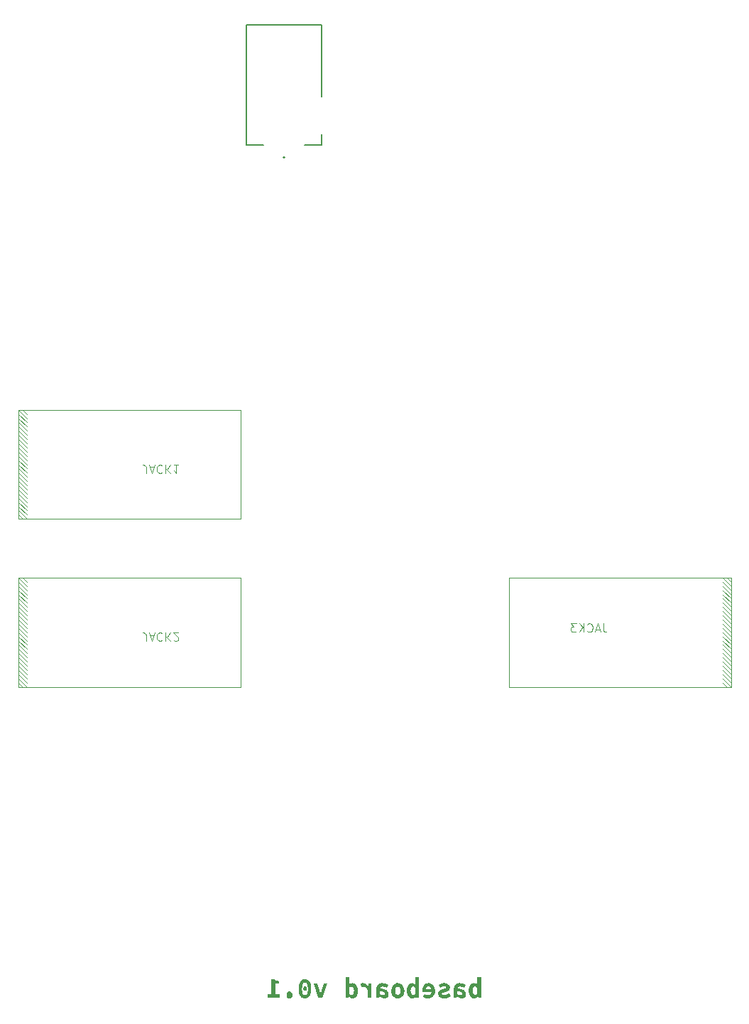
<source format=gbr>
%TF.GenerationSoftware,KiCad,Pcbnew,9.0.2*%
%TF.CreationDate,2025-06-25T22:06:46+02:00*%
%TF.ProjectId,baseboard,62617365-626f-4617-9264-2e6b69636164,rev?*%
%TF.SameCoordinates,Original*%
%TF.FileFunction,Legend,Bot*%
%TF.FilePolarity,Positive*%
%FSLAX46Y46*%
G04 Gerber Fmt 4.6, Leading zero omitted, Abs format (unit mm)*
G04 Created by KiCad (PCBNEW 9.0.2) date 2025-06-25 22:06:46*
%MOMM*%
%LPD*%
G01*
G04 APERTURE LIST*
%ADD10C,0.300000*%
%ADD11C,0.100000*%
%ADD12C,0.200000*%
G04 APERTURE END LIST*
D10*
G36*
X195702312Y-130575000D02*
G01*
X195348075Y-130575000D01*
X195311133Y-130386017D01*
X195298774Y-130386017D01*
X195237751Y-130451761D01*
X195174184Y-130506895D01*
X195110136Y-130550334D01*
X195044868Y-130583142D01*
X194981137Y-130604543D01*
X194917369Y-130615567D01*
X194883012Y-130617131D01*
X194883012Y-130614078D01*
X194743657Y-130594771D01*
X194610551Y-130537245D01*
X194548109Y-130494513D01*
X194489291Y-130442729D01*
X194434899Y-130382320D01*
X194385296Y-130313282D01*
X194341401Y-130236428D01*
X194303390Y-130151425D01*
X194272108Y-130059357D01*
X194247736Y-129959630D01*
X194230956Y-129853397D01*
X194222070Y-129739970D01*
X194220956Y-129684582D01*
X194685944Y-129684582D01*
X194690132Y-129789195D01*
X194702254Y-129880987D01*
X194720677Y-129957152D01*
X194745179Y-130022160D01*
X194773930Y-130074414D01*
X194807246Y-130116879D01*
X194843956Y-130149339D01*
X194884087Y-130172827D01*
X194974763Y-130193949D01*
X194984702Y-130194133D01*
X194984702Y-130197034D01*
X195045557Y-130189592D01*
X195110269Y-130170136D01*
X195168014Y-130141682D01*
X195224985Y-130101151D01*
X195249474Y-130079034D01*
X195249474Y-129377446D01*
X195191476Y-129316637D01*
X195134211Y-129270914D01*
X195083362Y-129242392D01*
X195031914Y-129224689D01*
X194966164Y-129217009D01*
X194910971Y-129221890D01*
X194862032Y-129236518D01*
X194822497Y-129258538D01*
X194788115Y-129288754D01*
X194734881Y-129372961D01*
X194699588Y-129498621D01*
X194685944Y-129684582D01*
X194220956Y-129684582D01*
X194220747Y-129674201D01*
X194225005Y-129553097D01*
X194237611Y-129439225D01*
X194257587Y-129336100D01*
X194284961Y-129240646D01*
X194318137Y-129156297D01*
X194357775Y-129079852D01*
X194401888Y-129014028D01*
X194451630Y-128956237D01*
X194505135Y-128908137D01*
X194563609Y-128868241D01*
X194625896Y-128837271D01*
X194692684Y-128814861D01*
X194836801Y-128796912D01*
X194969863Y-128815892D01*
X195105467Y-128874038D01*
X195169509Y-128917074D01*
X195228955Y-128968629D01*
X195255653Y-128996427D01*
X195264922Y-128996427D01*
X195249474Y-128723639D01*
X195249474Y-128122801D01*
X195702312Y-128122801D01*
X195702312Y-130575000D01*
G37*
G36*
X193318411Y-128815434D02*
G01*
X193520715Y-128871557D01*
X193726884Y-128966687D01*
X193834404Y-129031537D01*
X193674278Y-129365997D01*
X193521581Y-129286823D01*
X193379297Y-129232355D01*
X193296866Y-129213602D01*
X193215072Y-129206509D01*
X193209215Y-129206476D01*
X193132834Y-129211290D01*
X193066890Y-129225447D01*
X193015523Y-129246238D01*
X192972637Y-129274175D01*
X192939956Y-129306645D01*
X192914543Y-129344863D01*
X192885124Y-129437304D01*
X192882785Y-129456215D01*
X193079285Y-129474443D01*
X193252241Y-129501055D01*
X193384758Y-129531367D01*
X193500491Y-129568433D01*
X193589712Y-129607178D01*
X193666508Y-129651504D01*
X193725841Y-129696715D01*
X193775533Y-129746715D01*
X193813788Y-129798274D01*
X193843993Y-129854232D01*
X193881056Y-129978538D01*
X193889884Y-130090635D01*
X193885636Y-130165143D01*
X193873097Y-130236204D01*
X193852646Y-130302980D01*
X193824562Y-130365061D01*
X193789379Y-130421492D01*
X193747248Y-130472033D01*
X193698828Y-130515782D01*
X193644141Y-130552498D01*
X193583832Y-130581432D01*
X193517900Y-130602208D01*
X193387879Y-130617131D01*
X193387879Y-130614078D01*
X193242093Y-130595725D01*
X193088260Y-130539105D01*
X192928041Y-130441675D01*
X192845709Y-130376094D01*
X192833484Y-130376094D01*
X192799498Y-130575000D01*
X192429946Y-130575000D01*
X192429946Y-130050793D01*
X192882785Y-130050793D01*
X192965732Y-130116530D01*
X193053054Y-130168703D01*
X193119285Y-130195511D01*
X193188581Y-130211407D01*
X193243068Y-130215199D01*
X193243068Y-130217031D01*
X193307582Y-130211180D01*
X193362049Y-130195388D01*
X193398836Y-130174440D01*
X193427064Y-130146223D01*
X193444123Y-130115565D01*
X193453651Y-130079142D01*
X193455583Y-130050793D01*
X193451030Y-130003700D01*
X193436349Y-129959815D01*
X193414551Y-129924981D01*
X193383231Y-129892898D01*
X193286174Y-129836898D01*
X193120541Y-129791298D01*
X192882785Y-129764113D01*
X192882785Y-130050793D01*
X192429946Y-130050793D01*
X192429946Y-129578641D01*
X192434206Y-129465630D01*
X192446832Y-129361674D01*
X192466426Y-129271012D01*
X192493199Y-129188458D01*
X192525645Y-129116448D01*
X192564406Y-129051884D01*
X192658651Y-128946198D01*
X192777057Y-128868081D01*
X192923052Y-128817368D01*
X193101301Y-128797072D01*
X193119884Y-128796912D01*
X193318411Y-128815434D01*
G37*
G36*
X191319814Y-130614078D02*
G01*
X191204561Y-130609288D01*
X191098519Y-130595299D01*
X191003727Y-130573237D01*
X190917970Y-130543437D01*
X190843280Y-130507513D01*
X190777342Y-130465259D01*
X190721779Y-130418639D01*
X190674642Y-130366967D01*
X190636860Y-130312120D01*
X190607260Y-130253314D01*
X190573134Y-130127037D01*
X190568352Y-130054610D01*
X190572899Y-129969592D01*
X190587534Y-129892664D01*
X190607918Y-129835530D01*
X190636772Y-129782871D01*
X190717564Y-129693926D01*
X190843760Y-129613592D01*
X191042040Y-129535749D01*
X191168823Y-129499568D01*
X191195030Y-129492865D01*
X191347112Y-129452520D01*
X191448670Y-129416231D01*
X191505415Y-129373681D01*
X191518768Y-129346834D01*
X191523061Y-129314554D01*
X191518761Y-129281865D01*
X191505863Y-129252700D01*
X191456068Y-129208052D01*
X191365449Y-129181677D01*
X191310545Y-129178541D01*
X191141001Y-129197579D01*
X190966206Y-129255910D01*
X190811630Y-129342489D01*
X190608383Y-129035048D01*
X190720682Y-128960923D01*
X190850440Y-128892554D01*
X190952595Y-128851684D01*
X191062476Y-128820376D01*
X191160950Y-128803426D01*
X191264335Y-128796932D01*
X191270513Y-128796912D01*
X191378708Y-128801721D01*
X191479149Y-128815844D01*
X191569219Y-128838139D01*
X191651197Y-128868428D01*
X191722197Y-128904781D01*
X191785032Y-128947788D01*
X191837258Y-128994863D01*
X191881420Y-129047363D01*
X191916031Y-129102681D01*
X191942668Y-129162417D01*
X191960765Y-129224831D01*
X191970759Y-129290914D01*
X191972809Y-129338978D01*
X191968444Y-129411304D01*
X191955085Y-129478718D01*
X191934586Y-129536338D01*
X191905880Y-129590041D01*
X191824168Y-129684745D01*
X191700863Y-129768802D01*
X191519763Y-129843866D01*
X191390608Y-129880129D01*
X191166226Y-129942343D01*
X191096680Y-129970837D01*
X191050733Y-130000958D01*
X191029571Y-130026157D01*
X191018132Y-130054766D01*
X191014877Y-130086056D01*
X191019207Y-130119077D01*
X191032322Y-130149109D01*
X191083399Y-130196400D01*
X191176912Y-130226739D01*
X191258155Y-130232602D01*
X191450966Y-130213430D01*
X191640260Y-130156015D01*
X191824393Y-130060121D01*
X191874208Y-130026674D01*
X192068186Y-130348159D01*
X191880399Y-130466487D01*
X191774315Y-130516295D01*
X191662424Y-130557608D01*
X191553374Y-130587235D01*
X191442087Y-130606500D01*
X191319814Y-130614078D01*
G37*
G36*
X189589005Y-128816165D02*
G01*
X189670597Y-128840100D01*
X189749280Y-128873281D01*
X189823729Y-128915114D01*
X189893880Y-128965617D01*
X189957710Y-129023255D01*
X190016065Y-129088799D01*
X190066885Y-129159865D01*
X190111289Y-129238023D01*
X190147683Y-129320525D01*
X190176886Y-129409371D01*
X190197914Y-129502036D01*
X190211033Y-129600428D01*
X190215726Y-129707937D01*
X190211491Y-129812274D01*
X190199037Y-129910867D01*
X190178865Y-130003132D01*
X190151307Y-130089451D01*
X190116620Y-130169924D01*
X190075255Y-130244152D01*
X189972599Y-130374778D01*
X189844409Y-130480028D01*
X189691775Y-130557309D01*
X189516590Y-130602985D01*
X189368753Y-130614078D01*
X189186970Y-130595227D01*
X188991659Y-130536523D01*
X188896210Y-130492914D01*
X188805879Y-130440925D01*
X188762103Y-130411204D01*
X188912959Y-130100863D01*
X189012929Y-130153757D01*
X189110278Y-130191848D01*
X189189698Y-130211655D01*
X189271280Y-130221269D01*
X189307228Y-130222221D01*
X189394022Y-130217288D01*
X189472862Y-130202291D01*
X189536240Y-130180159D01*
X189592733Y-130149564D01*
X189638349Y-130113813D01*
X189677736Y-130070581D01*
X189709599Y-130021713D01*
X189735322Y-129965608D01*
X189763022Y-129861810D01*
X188722071Y-129861810D01*
X188720360Y-129850331D01*
X188707807Y-129755784D01*
X188700444Y-129630848D01*
X188704730Y-129525270D01*
X188705976Y-129515443D01*
X189103982Y-129515443D01*
X189756843Y-129515443D01*
X189736888Y-129442051D01*
X189710353Y-129377988D01*
X189679320Y-129325786D01*
X189642850Y-129281999D01*
X189556702Y-129220668D01*
X189450343Y-129191307D01*
X189405695Y-129188921D01*
X189345428Y-129193788D01*
X189291437Y-129208314D01*
X189247104Y-129230314D01*
X189208385Y-129260433D01*
X189149552Y-129341938D01*
X189112369Y-129457080D01*
X189103982Y-129515443D01*
X188705976Y-129515443D01*
X188717542Y-129424227D01*
X188737998Y-129331339D01*
X188766310Y-129243896D01*
X188800964Y-129165329D01*
X188842795Y-129092889D01*
X188889986Y-129029193D01*
X188943772Y-128972183D01*
X189002580Y-128923441D01*
X189067571Y-128881962D01*
X189137912Y-128848503D01*
X189214211Y-128823014D01*
X189296636Y-128805889D01*
X189384954Y-128797634D01*
X189421143Y-128796912D01*
X189589005Y-128816165D01*
G37*
G36*
X188317190Y-130575000D02*
G01*
X187962952Y-130575000D01*
X187926011Y-130386017D01*
X187913652Y-130386017D01*
X187852629Y-130451761D01*
X187789062Y-130506895D01*
X187725014Y-130550334D01*
X187659746Y-130583142D01*
X187596014Y-130604543D01*
X187532247Y-130615567D01*
X187497890Y-130617131D01*
X187497890Y-130614078D01*
X187358535Y-130594771D01*
X187225429Y-130537245D01*
X187162987Y-130494513D01*
X187104169Y-130442729D01*
X187049777Y-130382320D01*
X187000174Y-130313282D01*
X186956279Y-130236428D01*
X186918267Y-130151425D01*
X186886986Y-130059357D01*
X186862614Y-129959630D01*
X186845834Y-129853397D01*
X186836948Y-129739970D01*
X186835834Y-129684582D01*
X187300822Y-129684582D01*
X187305010Y-129789195D01*
X187317132Y-129880987D01*
X187335555Y-129957152D01*
X187360057Y-130022160D01*
X187388808Y-130074414D01*
X187422124Y-130116879D01*
X187458834Y-130149339D01*
X187498964Y-130172827D01*
X187589640Y-130193949D01*
X187599580Y-130194133D01*
X187599580Y-130197034D01*
X187660435Y-130189592D01*
X187725147Y-130170136D01*
X187782892Y-130141682D01*
X187839863Y-130101151D01*
X187864352Y-130079034D01*
X187864352Y-129377446D01*
X187806354Y-129316637D01*
X187749089Y-129270914D01*
X187698240Y-129242392D01*
X187646792Y-129224689D01*
X187581042Y-129217009D01*
X187525849Y-129221890D01*
X187476909Y-129236518D01*
X187437375Y-129258538D01*
X187402993Y-129288754D01*
X187349759Y-129372961D01*
X187314466Y-129498621D01*
X187300822Y-129684582D01*
X186835834Y-129684582D01*
X186835625Y-129674201D01*
X186839882Y-129553097D01*
X186852489Y-129439225D01*
X186872464Y-129336100D01*
X186899839Y-129240646D01*
X186933015Y-129156297D01*
X186972653Y-129079852D01*
X187016766Y-129014028D01*
X187066508Y-128956237D01*
X187120013Y-128908137D01*
X187178487Y-128868241D01*
X187240774Y-128837271D01*
X187307562Y-128814861D01*
X187451679Y-128796912D01*
X187584741Y-128815892D01*
X187720345Y-128874038D01*
X187784387Y-128917074D01*
X187843833Y-128968629D01*
X187870531Y-128996427D01*
X187879800Y-128996427D01*
X187864352Y-128723639D01*
X187864352Y-128122801D01*
X188317190Y-128122801D01*
X188317190Y-130575000D01*
G37*
G36*
X185935430Y-128816207D02*
G01*
X186016005Y-128840116D01*
X186093604Y-128873286D01*
X186166674Y-128914994D01*
X186235438Y-128965391D01*
X186297816Y-129022874D01*
X186354767Y-129088321D01*
X186404311Y-129159419D01*
X186447518Y-129237734D01*
X186482916Y-129320739D01*
X186511197Y-129410295D01*
X186531463Y-129504201D01*
X186543861Y-129604120D01*
X186547883Y-129705648D01*
X186543666Y-129809544D01*
X186531343Y-129907744D01*
X186511199Y-130000907D01*
X186483811Y-130088016D01*
X186407858Y-130245958D01*
X186305622Y-130380062D01*
X186179484Y-130487549D01*
X186032968Y-130564538D01*
X185871448Y-130606821D01*
X185768614Y-130614078D01*
X185601801Y-130594783D01*
X185521217Y-130570872D01*
X185443606Y-130537699D01*
X185370524Y-130495988D01*
X185301747Y-130445586D01*
X185239361Y-130388102D01*
X185182403Y-130322653D01*
X185132859Y-130251561D01*
X185089654Y-130173253D01*
X185054263Y-130090264D01*
X185025991Y-130000725D01*
X185005737Y-129906846D01*
X184993352Y-129806956D01*
X184989345Y-129705648D01*
X185454542Y-129705648D01*
X185458841Y-129806422D01*
X185471738Y-129897500D01*
X185490891Y-129971104D01*
X185517132Y-130035454D01*
X185547066Y-130085319D01*
X185582833Y-130126626D01*
X185621579Y-130157126D01*
X185665432Y-130179374D01*
X185766971Y-130197640D01*
X185768614Y-130197644D01*
X185823825Y-130192825D01*
X185873709Y-130178628D01*
X185916815Y-130156391D01*
X185954953Y-130126131D01*
X186017033Y-130041596D01*
X186060623Y-129920412D01*
X186081818Y-129755424D01*
X186082820Y-129705648D01*
X186078521Y-129604887D01*
X186065627Y-129513821D01*
X186046474Y-129440204D01*
X186020236Y-129375840D01*
X185990299Y-129325948D01*
X185954531Y-129284616D01*
X185915783Y-129254090D01*
X185871931Y-129231817D01*
X185770406Y-129213503D01*
X185768614Y-129213498D01*
X185713405Y-129218318D01*
X185663530Y-129232516D01*
X185620443Y-129254751D01*
X185582326Y-129285008D01*
X185520287Y-129369539D01*
X185476726Y-129490745D01*
X185455543Y-129655828D01*
X185454542Y-129705648D01*
X184989345Y-129705648D01*
X184993561Y-129601741D01*
X185005883Y-129503529D01*
X185026028Y-129410346D01*
X185053416Y-129323218D01*
X185129373Y-129165226D01*
X185231614Y-129031066D01*
X185357752Y-128923527D01*
X185504254Y-128846496D01*
X185665732Y-128804183D01*
X185768614Y-128796912D01*
X185935430Y-128816207D01*
G37*
G36*
X184087008Y-128815434D02*
G01*
X184289312Y-128871557D01*
X184495481Y-128966687D01*
X184603001Y-129031537D01*
X184442876Y-129365997D01*
X184290178Y-129286823D01*
X184147894Y-129232355D01*
X184065464Y-129213602D01*
X183983670Y-129206509D01*
X183977813Y-129206476D01*
X183901432Y-129211290D01*
X183835487Y-129225447D01*
X183784120Y-129246238D01*
X183741234Y-129274175D01*
X183708553Y-129306645D01*
X183683141Y-129344863D01*
X183653721Y-129437304D01*
X183651382Y-129456215D01*
X183847882Y-129474443D01*
X184020838Y-129501055D01*
X184153355Y-129531367D01*
X184269088Y-129568433D01*
X184358309Y-129607178D01*
X184435105Y-129651504D01*
X184494439Y-129696715D01*
X184544131Y-129746715D01*
X184582385Y-129798274D01*
X184612591Y-129854232D01*
X184649653Y-129978538D01*
X184658481Y-130090635D01*
X184654233Y-130165143D01*
X184641694Y-130236204D01*
X184621244Y-130302980D01*
X184593160Y-130365061D01*
X184557976Y-130421492D01*
X184515846Y-130472033D01*
X184467425Y-130515782D01*
X184412739Y-130552498D01*
X184352429Y-130581432D01*
X184286498Y-130602208D01*
X184156476Y-130617131D01*
X184156476Y-130614078D01*
X184010691Y-130595725D01*
X183856857Y-130539105D01*
X183696638Y-130441675D01*
X183614306Y-130376094D01*
X183602082Y-130376094D01*
X183568095Y-130575000D01*
X183198544Y-130575000D01*
X183198544Y-130050793D01*
X183651382Y-130050793D01*
X183734330Y-130116530D01*
X183821652Y-130168703D01*
X183887882Y-130195511D01*
X183957178Y-130211407D01*
X184011665Y-130215199D01*
X184011665Y-130217031D01*
X184076179Y-130211180D01*
X184130646Y-130195388D01*
X184167433Y-130174440D01*
X184195661Y-130146223D01*
X184212720Y-130115565D01*
X184222248Y-130079142D01*
X184224181Y-130050793D01*
X184219627Y-130003700D01*
X184204946Y-129959815D01*
X184183149Y-129924981D01*
X184151828Y-129892898D01*
X184054772Y-129836898D01*
X183889138Y-129791298D01*
X183651382Y-129764113D01*
X183651382Y-130050793D01*
X183198544Y-130050793D01*
X183198544Y-129578641D01*
X183202804Y-129465630D01*
X183215429Y-129361674D01*
X183235023Y-129271012D01*
X183261796Y-129188458D01*
X183294242Y-129116448D01*
X183333003Y-129051884D01*
X183427248Y-128946198D01*
X183545654Y-128868081D01*
X183691649Y-128817368D01*
X183869898Y-128797072D01*
X183888481Y-128796912D01*
X184087008Y-128815434D01*
G37*
G36*
X182642806Y-130575000D02*
G01*
X182190102Y-130575000D01*
X182190102Y-129672064D01*
X182148249Y-129582419D01*
X182102617Y-129504795D01*
X182053918Y-129438884D01*
X182002460Y-129383773D01*
X181891744Y-129302907D01*
X181771489Y-129258500D01*
X181675738Y-129248456D01*
X181583707Y-129253237D01*
X181506245Y-129267167D01*
X181404653Y-129297457D01*
X181312232Y-128866979D01*
X181414377Y-128823142D01*
X181529872Y-128800168D01*
X181607900Y-128796912D01*
X181686846Y-128801810D01*
X181764042Y-128816557D01*
X181837370Y-128840559D01*
X181908209Y-128874116D01*
X181975071Y-128916518D01*
X182038750Y-128968308D01*
X182098437Y-129029075D01*
X182154232Y-129099232D01*
X182227043Y-129217009D01*
X182236178Y-129217009D01*
X182273254Y-128835990D01*
X182642806Y-128835990D01*
X182642806Y-130575000D01*
G37*
G36*
X179980315Y-128713106D02*
G01*
X179958821Y-128982536D01*
X179971046Y-128982536D01*
X180029674Y-128921326D01*
X180092567Y-128871690D01*
X180149845Y-128839387D01*
X180212320Y-128815939D01*
X180350268Y-128796938D01*
X180356046Y-128796912D01*
X180492042Y-128816140D01*
X180623877Y-128873818D01*
X180686336Y-128916891D01*
X180745211Y-128969001D01*
X180799812Y-129029853D01*
X180849530Y-129099227D01*
X180893335Y-129176125D01*
X180931073Y-129260899D01*
X180961721Y-129351949D01*
X180985248Y-129450183D01*
X181000868Y-129553716D01*
X181008412Y-129663765D01*
X181009041Y-129707021D01*
X181004794Y-129830576D01*
X180992260Y-129946295D01*
X180972372Y-130051221D01*
X180945199Y-130148147D01*
X180912106Y-130234362D01*
X180872674Y-130312515D01*
X180828488Y-130380560D01*
X180778794Y-130440504D01*
X180724982Y-130491170D01*
X180666339Y-130533611D01*
X180603592Y-130567382D01*
X180536535Y-130592622D01*
X180389400Y-130616686D01*
X180365315Y-130617131D01*
X180365315Y-130614078D01*
X180244237Y-130595680D01*
X180115451Y-130538426D01*
X179987267Y-130441469D01*
X179940283Y-130393649D01*
X179931014Y-130393649D01*
X179897162Y-130575000D01*
X179527610Y-130575000D01*
X179527610Y-129332109D01*
X179980315Y-129332109D01*
X179980315Y-130033696D01*
X180024878Y-130089952D01*
X180071018Y-130133126D01*
X180115705Y-130162355D01*
X180162327Y-130181737D01*
X180248310Y-130194133D01*
X180248310Y-130197034D01*
X180304042Y-130191245D01*
X180354446Y-130175515D01*
X180395588Y-130152305D01*
X180432009Y-130120438D01*
X180489022Y-130032446D01*
X180527588Y-129903034D01*
X180543865Y-129717664D01*
X180543978Y-129698626D01*
X180539799Y-129604939D01*
X180527736Y-129521710D01*
X180509039Y-129450422D01*
X180484175Y-129388860D01*
X180454400Y-129337755D01*
X180419947Y-129295804D01*
X180339648Y-129238963D01*
X180246042Y-129217199D01*
X180235951Y-129217009D01*
X180175711Y-129222146D01*
X180116960Y-129238563D01*
X180065889Y-129263693D01*
X180015335Y-129299874D01*
X179980315Y-129332109D01*
X179527610Y-129332109D01*
X179527610Y-128122801D01*
X179980315Y-128122801D01*
X179980315Y-128713106D01*
G37*
G36*
X176789758Y-130575000D02*
G01*
X176269215Y-130575000D01*
X175708776Y-128835990D01*
X176142942Y-128835990D01*
X176383265Y-129656952D01*
X176472698Y-130006583D01*
X176518807Y-130193523D01*
X176531032Y-130193523D01*
X176563557Y-130064152D01*
X176669664Y-129656952D01*
X176909852Y-128835990D01*
X177365780Y-128835990D01*
X176789758Y-130575000D01*
G37*
G36*
X174737823Y-129182721D02*
G01*
X174781285Y-129196713D01*
X174820370Y-129219277D01*
X174854336Y-129249871D01*
X174881942Y-129287280D01*
X174902951Y-129331387D01*
X174916369Y-129380658D01*
X174921886Y-129435353D01*
X174921984Y-129444002D01*
X174917809Y-129498903D01*
X174905780Y-129548576D01*
X174860590Y-129630920D01*
X174791104Y-129686630D01*
X174748755Y-129702703D01*
X174702793Y-129709778D01*
X174690930Y-129710075D01*
X174644043Y-129705284D01*
X174600597Y-129691292D01*
X174561538Y-129668732D01*
X174527601Y-129638144D01*
X174500017Y-129600736D01*
X174479027Y-129556631D01*
X174465619Y-129507343D01*
X174460109Y-129452628D01*
X174460011Y-129444002D01*
X174464186Y-129389067D01*
X174476217Y-129339367D01*
X174521402Y-129257013D01*
X174590868Y-129201331D01*
X174633202Y-129185279D01*
X174679157Y-129178223D01*
X174690930Y-129177930D01*
X174737823Y-129182721D01*
G37*
G36*
X174776904Y-128313305D02*
G01*
X174858767Y-128327916D01*
X174933560Y-128351175D01*
X175004106Y-128383408D01*
X175068684Y-128423505D01*
X175128815Y-128472095D01*
X175234312Y-128593702D01*
X175320748Y-128750307D01*
X175386593Y-128945629D01*
X175428665Y-129184140D01*
X175442527Y-129451024D01*
X175438276Y-129602629D01*
X175425716Y-129744197D01*
X175405911Y-129871582D01*
X175378847Y-129989320D01*
X175346064Y-130093767D01*
X175306990Y-130188997D01*
X175263427Y-130272252D01*
X175214410Y-130346686D01*
X175161614Y-130410632D01*
X175104041Y-130466024D01*
X175042747Y-130512208D01*
X174977185Y-130549893D01*
X174833636Y-130599505D01*
X174690930Y-130614078D01*
X174607155Y-130609210D01*
X174527271Y-130594670D01*
X174453592Y-130571373D01*
X174383992Y-130539130D01*
X174319676Y-130498752D01*
X174259693Y-130449882D01*
X174153490Y-130327006D01*
X174065735Y-130168530D01*
X173998354Y-129971194D01*
X173954757Y-129731364D01*
X173939468Y-129451024D01*
X174342872Y-129451024D01*
X174347068Y-129607553D01*
X174359248Y-129743301D01*
X174377388Y-129852767D01*
X174401507Y-129945834D01*
X174429135Y-130019086D01*
X174461165Y-130079457D01*
X174495443Y-130125745D01*
X174532982Y-130161656D01*
X174616004Y-130204872D01*
X174690930Y-130215199D01*
X174744278Y-130210145D01*
X174794955Y-130194307D01*
X174837367Y-130170312D01*
X174876825Y-130136252D01*
X174911680Y-130093246D01*
X174943074Y-130039590D01*
X174995026Y-129893978D01*
X175029168Y-129683443D01*
X175038989Y-129451024D01*
X175034792Y-129295440D01*
X175022611Y-129161392D01*
X175004588Y-129054603D01*
X174980647Y-128964368D01*
X174953309Y-128893952D01*
X174921627Y-128836254D01*
X174887593Y-128792118D01*
X174850309Y-128758088D01*
X174766669Y-128717090D01*
X174690930Y-128707458D01*
X174634796Y-128712574D01*
X174581648Y-128728853D01*
X174538827Y-128752846D01*
X174499120Y-128787012D01*
X174464732Y-128829603D01*
X174433877Y-128882891D01*
X174383501Y-129027411D01*
X174351139Y-129237936D01*
X174342872Y-129451024D01*
X173939468Y-129451024D01*
X173943719Y-129299618D01*
X173956278Y-129158779D01*
X173976006Y-129032928D01*
X174002942Y-128917001D01*
X174035502Y-128814650D01*
X174074292Y-128721602D01*
X174117557Y-128640424D01*
X174166231Y-128568032D01*
X174218836Y-128505790D01*
X174276211Y-128452005D01*
X174403445Y-128370427D01*
X174548675Y-128322222D01*
X174690930Y-128308426D01*
X174776904Y-128313305D01*
G37*
G36*
X172844650Y-130614078D02*
G01*
X172785674Y-130609303D01*
X172730813Y-130595417D01*
X172634210Y-130542283D01*
X172558426Y-130458709D01*
X172507984Y-130349268D01*
X172493777Y-130286623D01*
X172487668Y-130219915D01*
X172487457Y-130204666D01*
X172491680Y-130137294D01*
X172504046Y-130073612D01*
X172524239Y-130014078D01*
X172551749Y-129959877D01*
X172585875Y-129912094D01*
X172626316Y-129871156D01*
X172671799Y-129838339D01*
X172722518Y-129813650D01*
X172776934Y-129798053D01*
X172835564Y-129791702D01*
X172844650Y-129791591D01*
X172903053Y-129796363D01*
X172957433Y-129810229D01*
X173053678Y-129863425D01*
X173129734Y-129947356D01*
X173180778Y-130057426D01*
X173195298Y-130120350D01*
X173201700Y-130187213D01*
X173201977Y-130204666D01*
X173197754Y-130271907D01*
X173185390Y-130335286D01*
X173165245Y-130394280D01*
X173137815Y-130447881D01*
X173103762Y-130495097D01*
X173063410Y-130535492D01*
X173017856Y-130567947D01*
X172967046Y-130592328D01*
X172912269Y-130607759D01*
X172853229Y-130613981D01*
X172844650Y-130614078D01*
G37*
G36*
X171679038Y-130575000D02*
G01*
X170256176Y-130575000D01*
X170256176Y-130158565D01*
X170699611Y-130158565D01*
X170699611Y-128357274D01*
X171032221Y-128357274D01*
X171134103Y-128419428D01*
X171241750Y-128470101D01*
X171457328Y-128535011D01*
X171586616Y-128560301D01*
X171586616Y-128878886D01*
X171152450Y-128878886D01*
X171152450Y-130158565D01*
X171679038Y-130158565D01*
X171679038Y-130575000D01*
G37*
D11*
X155738095Y-88042580D02*
X155738095Y-87328295D01*
X155738095Y-87328295D02*
X155690476Y-87185438D01*
X155690476Y-87185438D02*
X155595238Y-87090200D01*
X155595238Y-87090200D02*
X155452381Y-87042580D01*
X155452381Y-87042580D02*
X155357143Y-87042580D01*
X156166667Y-87328295D02*
X156642857Y-87328295D01*
X156071429Y-87042580D02*
X156404762Y-88042580D01*
X156404762Y-88042580D02*
X156738095Y-87042580D01*
X157642857Y-87137819D02*
X157595238Y-87090200D01*
X157595238Y-87090200D02*
X157452381Y-87042580D01*
X157452381Y-87042580D02*
X157357143Y-87042580D01*
X157357143Y-87042580D02*
X157214286Y-87090200D01*
X157214286Y-87090200D02*
X157119048Y-87185438D01*
X157119048Y-87185438D02*
X157071429Y-87280676D01*
X157071429Y-87280676D02*
X157023810Y-87471152D01*
X157023810Y-87471152D02*
X157023810Y-87614009D01*
X157023810Y-87614009D02*
X157071429Y-87804485D01*
X157071429Y-87804485D02*
X157119048Y-87899723D01*
X157119048Y-87899723D02*
X157214286Y-87994961D01*
X157214286Y-87994961D02*
X157357143Y-88042580D01*
X157357143Y-88042580D02*
X157452381Y-88042580D01*
X157452381Y-88042580D02*
X157595238Y-87994961D01*
X157595238Y-87994961D02*
X157642857Y-87947342D01*
X158071429Y-87042580D02*
X158071429Y-88042580D01*
X158642857Y-87042580D02*
X158214286Y-87614009D01*
X158642857Y-88042580D02*
X158071429Y-87471152D01*
X159023810Y-87947342D02*
X159071429Y-87994961D01*
X159071429Y-87994961D02*
X159166667Y-88042580D01*
X159166667Y-88042580D02*
X159404762Y-88042580D01*
X159404762Y-88042580D02*
X159500000Y-87994961D01*
X159500000Y-87994961D02*
X159547619Y-87947342D01*
X159547619Y-87947342D02*
X159595238Y-87852104D01*
X159595238Y-87852104D02*
X159595238Y-87756866D01*
X159595238Y-87756866D02*
X159547619Y-87614009D01*
X159547619Y-87614009D02*
X158976191Y-87042580D01*
X158976191Y-87042580D02*
X159595238Y-87042580D01*
X210274404Y-85957419D02*
X210274404Y-86671704D01*
X210274404Y-86671704D02*
X210322023Y-86814561D01*
X210322023Y-86814561D02*
X210417261Y-86909800D01*
X210417261Y-86909800D02*
X210560118Y-86957419D01*
X210560118Y-86957419D02*
X210655356Y-86957419D01*
X209845832Y-86671704D02*
X209369642Y-86671704D01*
X209941070Y-86957419D02*
X209607737Y-85957419D01*
X209607737Y-85957419D02*
X209274404Y-86957419D01*
X208369642Y-86862180D02*
X208417261Y-86909800D01*
X208417261Y-86909800D02*
X208560118Y-86957419D01*
X208560118Y-86957419D02*
X208655356Y-86957419D01*
X208655356Y-86957419D02*
X208798213Y-86909800D01*
X208798213Y-86909800D02*
X208893451Y-86814561D01*
X208893451Y-86814561D02*
X208941070Y-86719323D01*
X208941070Y-86719323D02*
X208988689Y-86528847D01*
X208988689Y-86528847D02*
X208988689Y-86385990D01*
X208988689Y-86385990D02*
X208941070Y-86195514D01*
X208941070Y-86195514D02*
X208893451Y-86100276D01*
X208893451Y-86100276D02*
X208798213Y-86005038D01*
X208798213Y-86005038D02*
X208655356Y-85957419D01*
X208655356Y-85957419D02*
X208560118Y-85957419D01*
X208560118Y-85957419D02*
X208417261Y-86005038D01*
X208417261Y-86005038D02*
X208369642Y-86052657D01*
X207941070Y-86957419D02*
X207941070Y-85957419D01*
X207369642Y-86957419D02*
X207798213Y-86385990D01*
X207369642Y-85957419D02*
X207941070Y-86528847D01*
X207036308Y-85957419D02*
X206417261Y-85957419D01*
X206417261Y-85957419D02*
X206750594Y-86338371D01*
X206750594Y-86338371D02*
X206607737Y-86338371D01*
X206607737Y-86338371D02*
X206512499Y-86385990D01*
X206512499Y-86385990D02*
X206464880Y-86433609D01*
X206464880Y-86433609D02*
X206417261Y-86528847D01*
X206417261Y-86528847D02*
X206417261Y-86766942D01*
X206417261Y-86766942D02*
X206464880Y-86862180D01*
X206464880Y-86862180D02*
X206512499Y-86909800D01*
X206512499Y-86909800D02*
X206607737Y-86957419D01*
X206607737Y-86957419D02*
X206893451Y-86957419D01*
X206893451Y-86957419D02*
X206988689Y-86909800D01*
X206988689Y-86909800D02*
X207036308Y-86862180D01*
X155738095Y-68042580D02*
X155738095Y-67328295D01*
X155738095Y-67328295D02*
X155690476Y-67185438D01*
X155690476Y-67185438D02*
X155595238Y-67090200D01*
X155595238Y-67090200D02*
X155452381Y-67042580D01*
X155452381Y-67042580D02*
X155357143Y-67042580D01*
X156166667Y-67328295D02*
X156642857Y-67328295D01*
X156071429Y-67042580D02*
X156404762Y-68042580D01*
X156404762Y-68042580D02*
X156738095Y-67042580D01*
X157642857Y-67137819D02*
X157595238Y-67090200D01*
X157595238Y-67090200D02*
X157452381Y-67042580D01*
X157452381Y-67042580D02*
X157357143Y-67042580D01*
X157357143Y-67042580D02*
X157214286Y-67090200D01*
X157214286Y-67090200D02*
X157119048Y-67185438D01*
X157119048Y-67185438D02*
X157071429Y-67280676D01*
X157071429Y-67280676D02*
X157023810Y-67471152D01*
X157023810Y-67471152D02*
X157023810Y-67614009D01*
X157023810Y-67614009D02*
X157071429Y-67804485D01*
X157071429Y-67804485D02*
X157119048Y-67899723D01*
X157119048Y-67899723D02*
X157214286Y-67994961D01*
X157214286Y-67994961D02*
X157357143Y-68042580D01*
X157357143Y-68042580D02*
X157452381Y-68042580D01*
X157452381Y-68042580D02*
X157595238Y-67994961D01*
X157595238Y-67994961D02*
X157642857Y-67947342D01*
X158071429Y-67042580D02*
X158071429Y-68042580D01*
X158642857Y-67042580D02*
X158214286Y-67614009D01*
X158642857Y-68042580D02*
X158071429Y-67471152D01*
X159595238Y-67042580D02*
X159023810Y-67042580D01*
X159309524Y-67042580D02*
X159309524Y-68042580D01*
X159309524Y-68042580D02*
X159214286Y-67899723D01*
X159214286Y-67899723D02*
X159119048Y-67804485D01*
X159119048Y-67804485D02*
X159023810Y-67756866D01*
D12*
%TO.C,J5*%
X167700000Y-14637500D02*
X167700000Y-28937500D01*
X167700000Y-14637500D02*
X176700000Y-14637500D01*
X169750000Y-28937500D02*
X167700000Y-28937500D01*
X174650000Y-28937500D02*
X176700000Y-28937500D01*
X176700000Y-14637500D02*
X176700000Y-23187500D01*
X176700000Y-28937500D02*
X176700000Y-27687500D01*
X172300000Y-30437500D02*
G75*
G02*
X172100000Y-30437500I-100000J0D01*
G01*
X172100000Y-30437500D02*
G75*
G02*
X172300000Y-30437500I100000J0D01*
G01*
D11*
%TO.C,JACK2*%
X140500000Y-81000000D02*
X141500000Y-82000000D01*
X140500000Y-82000000D02*
X141500000Y-83000000D01*
X140500000Y-82500000D02*
X141500000Y-83500000D01*
X140500000Y-83500000D02*
X141500000Y-84500000D01*
X140500000Y-84500000D02*
X141500000Y-85500000D01*
X140500000Y-85000000D02*
X141500000Y-86000000D01*
X140500000Y-86000000D02*
X141500000Y-87000000D01*
X140500000Y-87000000D02*
X141500000Y-88000000D01*
X140500000Y-87500000D02*
X141500000Y-88500000D01*
X140500000Y-88500000D02*
X141500000Y-89500000D01*
X140500000Y-89500000D02*
X141500000Y-90500000D01*
X140500000Y-90000000D02*
X141500000Y-91000000D01*
X140500000Y-91000000D02*
X141500000Y-92000000D01*
X140500000Y-91500000D02*
X140500000Y-91000000D01*
X140500000Y-92000000D02*
X141500000Y-93000000D01*
X140500000Y-92500000D02*
X141500000Y-93500000D01*
X140500000Y-93000000D02*
X141000000Y-93500000D01*
X141500000Y-81000000D02*
X141000000Y-80500000D01*
X141500000Y-81500000D02*
X140500000Y-80500000D01*
X141500000Y-82500000D02*
X140500000Y-81500000D01*
X141500000Y-84000000D02*
X140500000Y-83000000D01*
X141500000Y-85000000D02*
X140500000Y-84000000D01*
X141500000Y-86500000D02*
X140500000Y-85500000D01*
X141500000Y-87500000D02*
X140500000Y-86500000D01*
X141500000Y-89000000D02*
X140500000Y-88000000D01*
X141500000Y-90000000D02*
X140500000Y-89000000D01*
X141500000Y-91500000D02*
X140500000Y-90500000D01*
X141500000Y-92500000D02*
X140500000Y-91500000D01*
X140500000Y-93500000D02*
X167000000Y-93500000D01*
X167000000Y-80500000D01*
X140500000Y-80500000D01*
X140500000Y-93500000D01*
%TO.C,JACK3*%
X224512500Y-81500000D02*
X225512500Y-82500000D01*
X224512500Y-82500000D02*
X225512500Y-83500000D01*
X224512500Y-84000000D02*
X225512500Y-85000000D01*
X224512500Y-85000000D02*
X225512500Y-86000000D01*
X224512500Y-86500000D02*
X225512500Y-87500000D01*
X224512500Y-87500000D02*
X225512500Y-88500000D01*
X224512500Y-89000000D02*
X225512500Y-90000000D01*
X224512500Y-90000000D02*
X225512500Y-91000000D01*
X224512500Y-91500000D02*
X225512500Y-92500000D01*
X224512500Y-92500000D02*
X225512500Y-93500000D01*
X224512500Y-93000000D02*
X225012500Y-93500000D01*
X225512500Y-81000000D02*
X225012500Y-80500000D01*
X225512500Y-81500000D02*
X224512500Y-80500000D01*
X225512500Y-82000000D02*
X224512500Y-81000000D01*
X225512500Y-82500000D02*
X225512500Y-83000000D01*
X225512500Y-83000000D02*
X224512500Y-82000000D01*
X225512500Y-84000000D02*
X224512500Y-83000000D01*
X225512500Y-84500000D02*
X224512500Y-83500000D01*
X225512500Y-85500000D02*
X224512500Y-84500000D01*
X225512500Y-86500000D02*
X224512500Y-85500000D01*
X225512500Y-87000000D02*
X224512500Y-86000000D01*
X225512500Y-88000000D02*
X224512500Y-87000000D01*
X225512500Y-89000000D02*
X224512500Y-88000000D01*
X225512500Y-89500000D02*
X224512500Y-88500000D01*
X225512500Y-90500000D02*
X224512500Y-89500000D01*
X225512500Y-91500000D02*
X224512500Y-90500000D01*
X225512500Y-92000000D02*
X224512500Y-91000000D01*
X225512500Y-93000000D02*
X224512500Y-92000000D01*
X225512500Y-80500000D02*
X199012500Y-80500000D01*
X199012500Y-93500000D01*
X225512500Y-93500000D01*
X225512500Y-80500000D01*
%TO.C,JACK1*%
X140500000Y-61000000D02*
X141500000Y-62000000D01*
X140500000Y-62000000D02*
X141500000Y-63000000D01*
X140500000Y-62500000D02*
X141500000Y-63500000D01*
X140500000Y-63500000D02*
X141500000Y-64500000D01*
X140500000Y-64500000D02*
X141500000Y-65500000D01*
X140500000Y-65000000D02*
X141500000Y-66000000D01*
X140500000Y-66000000D02*
X141500000Y-67000000D01*
X140500000Y-67000000D02*
X141500000Y-68000000D01*
X140500000Y-67500000D02*
X141500000Y-68500000D01*
X140500000Y-68500000D02*
X141500000Y-69500000D01*
X140500000Y-69500000D02*
X141500000Y-70500000D01*
X140500000Y-70000000D02*
X141500000Y-71000000D01*
X140500000Y-71000000D02*
X141500000Y-72000000D01*
X140500000Y-71500000D02*
X140500000Y-71000000D01*
X140500000Y-72000000D02*
X141500000Y-73000000D01*
X140500000Y-72500000D02*
X141500000Y-73500000D01*
X140500000Y-73000000D02*
X141000000Y-73500000D01*
X141500000Y-61000000D02*
X141000000Y-60500000D01*
X141500000Y-61500000D02*
X140500000Y-60500000D01*
X141500000Y-62500000D02*
X140500000Y-61500000D01*
X141500000Y-64000000D02*
X140500000Y-63000000D01*
X141500000Y-65000000D02*
X140500000Y-64000000D01*
X141500000Y-66500000D02*
X140500000Y-65500000D01*
X141500000Y-67500000D02*
X140500000Y-66500000D01*
X141500000Y-69000000D02*
X140500000Y-68000000D01*
X141500000Y-70000000D02*
X140500000Y-69000000D01*
X141500000Y-71500000D02*
X140500000Y-70500000D01*
X141500000Y-72500000D02*
X140500000Y-71500000D01*
X140500000Y-73500000D02*
X167000000Y-73500000D01*
X167000000Y-60500000D01*
X140500000Y-60500000D01*
X140500000Y-73500000D01*
%TD*%
M02*

</source>
